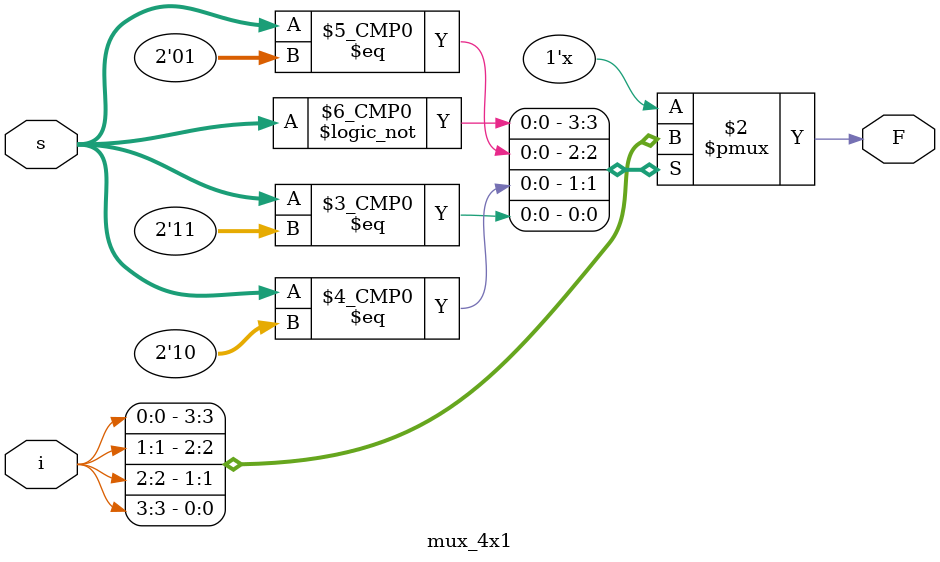
<source format=v>
module mux_4x1(
    input[3:0] i,
    input[1:0] s,
    output F
);
    reg F;
    always @(i, s) begin
        case (s)
            0: F = i[0];
            1: F = i[1];
            2: F = i[2];
            3: F = i[3];
        endcase
     end
endmodule

</source>
